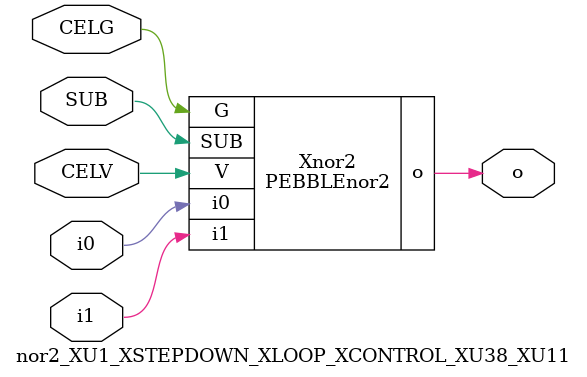
<source format=v>



module PEBBLEnor2 ( o, G, SUB, V, i0, i1 );

  input i0;
  input V;
  input i1;
  input G;
  output o;
  input SUB;
endmodule

//Celera Confidential Do Not Copy nor2_XU1_XSTEPDOWN_XLOOP_XCONTROL_XU38_XU11
//Celera Confidential Symbol Generator
//nor2
module nor2_XU1_XSTEPDOWN_XLOOP_XCONTROL_XU38_XU11 (CELV,CELG,i0,i1,o,SUB);
input CELV;
input CELG;
input i0;
input i1;
input SUB;
output o;

//Celera Confidential Do Not Copy nor2
PEBBLEnor2 Xnor2(
.V (CELV),
.i0 (i0),
.i1 (i1),
.o (o),
.SUB (SUB),
.G (CELG)
);
//,diesize,PEBBLEnor2

//Celera Confidential Do Not Copy Module End
//Celera Schematic Generator
endmodule

</source>
